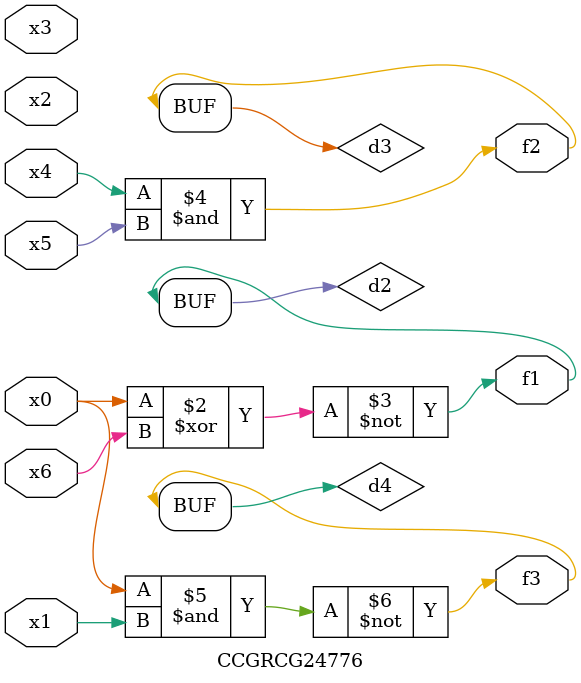
<source format=v>
module CCGRCG24776(
	input x0, x1, x2, x3, x4, x5, x6,
	output f1, f2, f3
);

	wire d1, d2, d3, d4;

	nor (d1, x0);
	xnor (d2, x0, x6);
	and (d3, x4, x5);
	nand (d4, x0, x1);
	assign f1 = d2;
	assign f2 = d3;
	assign f3 = d4;
endmodule

</source>
